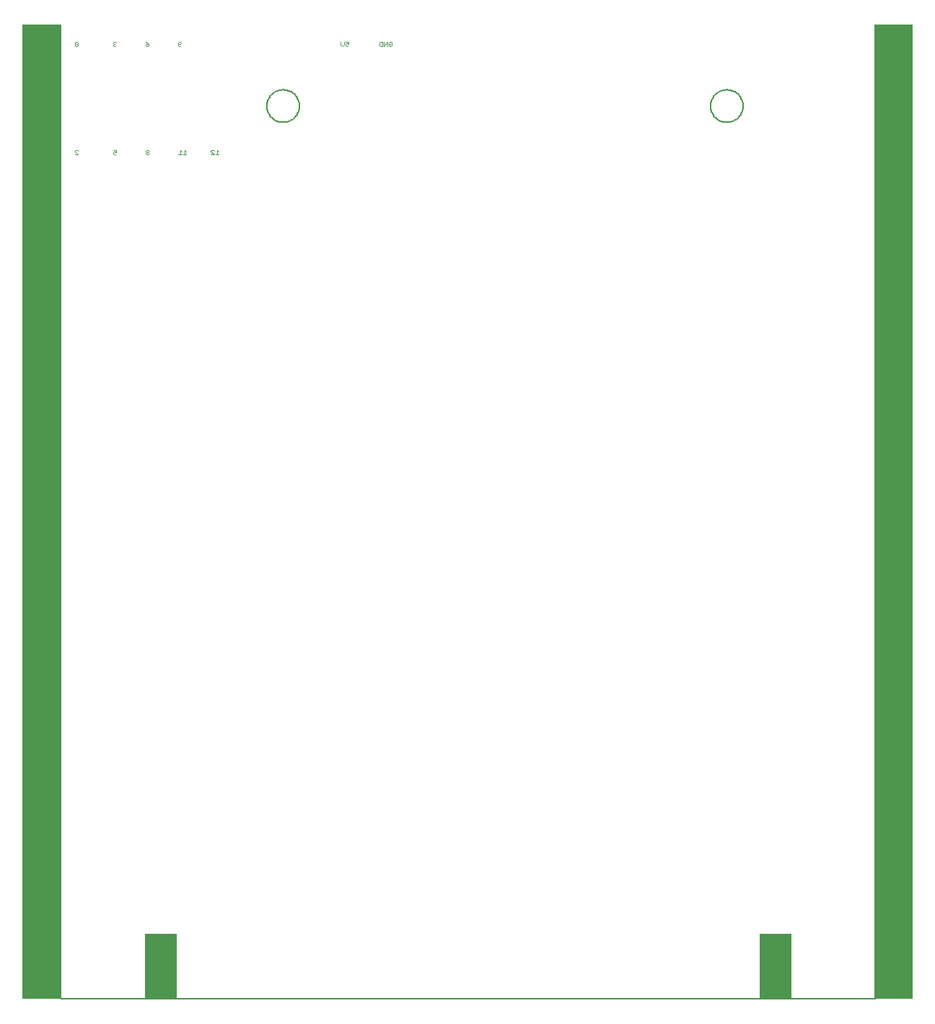
<source format=gbo>
G75*
G70*
%OFA0B0*%
%FSLAX24Y24*%
%IPPOS*%
%LPD*%
%AMOC8*
5,1,8,0,0,1.08239X$1,22.5*
%
%ADD10C,0.0020*%
%ADD11C,0.0050*%
%ADD12R,0.1800X4.5000*%
%ADD13R,0.1750X4.5000*%
%ADD14R,0.1500X0.3000*%
D10*
X005025Y039151D02*
X005171Y039151D01*
X005025Y039298D01*
X005025Y039335D01*
X005061Y039371D01*
X005135Y039371D01*
X005171Y039335D01*
X006775Y039371D02*
X006921Y039371D01*
X006921Y039261D01*
X006848Y039298D01*
X006811Y039298D01*
X006775Y039261D01*
X006775Y039188D01*
X006811Y039151D01*
X006885Y039151D01*
X006921Y039188D01*
X008275Y039188D02*
X008311Y039151D01*
X008385Y039151D01*
X008421Y039188D01*
X008421Y039224D01*
X008385Y039261D01*
X008311Y039261D01*
X008275Y039224D01*
X008275Y039188D01*
X008311Y039261D02*
X008275Y039298D01*
X008275Y039335D01*
X008311Y039371D01*
X008385Y039371D01*
X008421Y039335D01*
X008421Y039298D01*
X008385Y039261D01*
X009804Y039151D02*
X009950Y039151D01*
X009877Y039151D02*
X009877Y039371D01*
X009950Y039298D01*
X010025Y039151D02*
X010171Y039151D01*
X010098Y039151D02*
X010098Y039371D01*
X010171Y039298D01*
X011304Y039298D02*
X011304Y039335D01*
X011340Y039371D01*
X011414Y039371D01*
X011450Y039335D01*
X011304Y039298D02*
X011450Y039151D01*
X011304Y039151D01*
X011525Y039151D02*
X011671Y039151D01*
X011598Y039151D02*
X011598Y039371D01*
X011671Y039298D01*
X009885Y044151D02*
X009811Y044151D01*
X009775Y044188D01*
X009775Y044335D01*
X009811Y044371D01*
X009885Y044371D01*
X009921Y044335D01*
X009921Y044298D01*
X009885Y044261D01*
X009775Y044261D01*
X009885Y044151D02*
X009921Y044188D01*
X008421Y044188D02*
X008385Y044151D01*
X008311Y044151D01*
X008275Y044188D01*
X008275Y044224D01*
X008311Y044261D01*
X008421Y044261D01*
X008421Y044188D01*
X008421Y044261D02*
X008348Y044335D01*
X008275Y044371D01*
X006921Y044335D02*
X006885Y044371D01*
X006811Y044371D01*
X006775Y044335D01*
X006775Y044298D01*
X006811Y044261D01*
X006775Y044224D01*
X006775Y044188D01*
X006811Y044151D01*
X006885Y044151D01*
X006921Y044188D01*
X006848Y044261D02*
X006811Y044261D01*
X005171Y044188D02*
X005025Y044335D01*
X005025Y044188D01*
X005061Y044151D01*
X005135Y044151D01*
X005171Y044188D01*
X005171Y044335D01*
X005135Y044371D01*
X005061Y044371D01*
X005025Y044335D01*
X017304Y044224D02*
X017304Y044371D01*
X017450Y044371D02*
X017450Y044224D01*
X017377Y044151D01*
X017304Y044224D01*
X017525Y044188D02*
X017561Y044151D01*
X017635Y044151D01*
X017671Y044188D01*
X017671Y044261D02*
X017598Y044298D01*
X017561Y044298D01*
X017525Y044261D01*
X017525Y044188D01*
X017671Y044261D02*
X017671Y044371D01*
X017525Y044371D01*
X019083Y044335D02*
X019119Y044371D01*
X019229Y044371D01*
X019229Y044151D01*
X019119Y044151D01*
X019083Y044188D01*
X019083Y044335D01*
X019304Y044371D02*
X019304Y044151D01*
X019450Y044371D01*
X019450Y044151D01*
X019525Y044188D02*
X019525Y044261D01*
X019598Y044261D01*
X019525Y044188D02*
X019561Y044151D01*
X019635Y044151D01*
X019671Y044188D01*
X019671Y044335D01*
X019635Y044371D01*
X019561Y044371D01*
X019525Y044335D01*
D11*
X004385Y000141D02*
X041985Y000141D01*
X041985Y045141D01*
X034385Y041391D02*
X034387Y041445D01*
X034393Y041499D01*
X034403Y041552D01*
X034416Y041605D01*
X034433Y041656D01*
X034454Y041706D01*
X034479Y041754D01*
X034507Y041801D01*
X034538Y041845D01*
X034572Y041887D01*
X034609Y041926D01*
X034649Y041963D01*
X034692Y041996D01*
X034737Y042027D01*
X034784Y042054D01*
X034832Y042077D01*
X034883Y042097D01*
X034934Y042114D01*
X034987Y042126D01*
X035040Y042135D01*
X035094Y042140D01*
X035149Y042141D01*
X035203Y042138D01*
X035256Y042131D01*
X035309Y042120D01*
X035362Y042106D01*
X035413Y042088D01*
X035462Y042066D01*
X035510Y042041D01*
X035556Y042012D01*
X035600Y041980D01*
X035641Y041945D01*
X035679Y041907D01*
X035715Y041866D01*
X035748Y041823D01*
X035778Y041778D01*
X035804Y041730D01*
X035827Y041681D01*
X035846Y041630D01*
X035861Y041579D01*
X035873Y041526D01*
X035881Y041472D01*
X035885Y041418D01*
X035885Y041364D01*
X035881Y041310D01*
X035873Y041256D01*
X035861Y041203D01*
X035846Y041152D01*
X035827Y041101D01*
X035804Y041052D01*
X035778Y041004D01*
X035748Y040959D01*
X035715Y040916D01*
X035679Y040875D01*
X035641Y040837D01*
X035600Y040802D01*
X035556Y040770D01*
X035510Y040741D01*
X035462Y040716D01*
X035413Y040694D01*
X035362Y040676D01*
X035309Y040662D01*
X035256Y040651D01*
X035203Y040644D01*
X035149Y040641D01*
X035094Y040642D01*
X035040Y040647D01*
X034987Y040656D01*
X034934Y040668D01*
X034883Y040685D01*
X034832Y040705D01*
X034784Y040728D01*
X034737Y040755D01*
X034692Y040786D01*
X034649Y040819D01*
X034609Y040856D01*
X034572Y040895D01*
X034538Y040937D01*
X034507Y040981D01*
X034479Y041028D01*
X034454Y041076D01*
X034433Y041126D01*
X034416Y041177D01*
X034403Y041230D01*
X034393Y041283D01*
X034387Y041337D01*
X034385Y041391D01*
X013885Y041391D02*
X013887Y041445D01*
X013893Y041499D01*
X013903Y041552D01*
X013916Y041605D01*
X013933Y041656D01*
X013954Y041706D01*
X013979Y041754D01*
X014007Y041801D01*
X014038Y041845D01*
X014072Y041887D01*
X014109Y041926D01*
X014149Y041963D01*
X014192Y041996D01*
X014237Y042027D01*
X014284Y042054D01*
X014332Y042077D01*
X014383Y042097D01*
X014434Y042114D01*
X014487Y042126D01*
X014540Y042135D01*
X014594Y042140D01*
X014649Y042141D01*
X014703Y042138D01*
X014756Y042131D01*
X014809Y042120D01*
X014862Y042106D01*
X014913Y042088D01*
X014962Y042066D01*
X015010Y042041D01*
X015056Y042012D01*
X015100Y041980D01*
X015141Y041945D01*
X015179Y041907D01*
X015215Y041866D01*
X015248Y041823D01*
X015278Y041778D01*
X015304Y041730D01*
X015327Y041681D01*
X015346Y041630D01*
X015361Y041579D01*
X015373Y041526D01*
X015381Y041472D01*
X015385Y041418D01*
X015385Y041364D01*
X015381Y041310D01*
X015373Y041256D01*
X015361Y041203D01*
X015346Y041152D01*
X015327Y041101D01*
X015304Y041052D01*
X015278Y041004D01*
X015248Y040959D01*
X015215Y040916D01*
X015179Y040875D01*
X015141Y040837D01*
X015100Y040802D01*
X015056Y040770D01*
X015010Y040741D01*
X014962Y040716D01*
X014913Y040694D01*
X014862Y040676D01*
X014809Y040662D01*
X014756Y040651D01*
X014703Y040644D01*
X014649Y040641D01*
X014594Y040642D01*
X014540Y040647D01*
X014487Y040656D01*
X014434Y040668D01*
X014383Y040685D01*
X014332Y040705D01*
X014284Y040728D01*
X014237Y040755D01*
X014192Y040786D01*
X014149Y040819D01*
X014109Y040856D01*
X014072Y040895D01*
X014038Y040937D01*
X014007Y040981D01*
X013979Y041028D01*
X013954Y041076D01*
X013933Y041126D01*
X013916Y041177D01*
X013903Y041230D01*
X013893Y041283D01*
X013887Y041337D01*
X013885Y041391D01*
D12*
X003485Y022641D03*
D13*
X042860Y022641D03*
D14*
X037385Y001641D03*
X008985Y001641D03*
M02*

</source>
